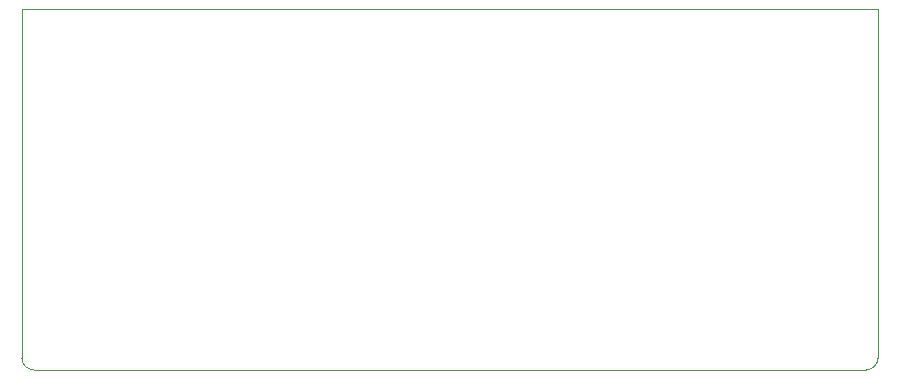
<source format=gm1>
G04 #@! TF.GenerationSoftware,KiCad,Pcbnew,(5.1.7)-1*
G04 #@! TF.CreationDate,2023-02-17T11:25:34-08:00*
G04 #@! TF.ProjectId,sms2mk3,736d7332-6d6b-4332-9e6b-696361645f70,rev?*
G04 #@! TF.SameCoordinates,Original*
G04 #@! TF.FileFunction,Profile,NP*
%FSLAX46Y46*%
G04 Gerber Fmt 4.6, Leading zero omitted, Abs format (unit mm)*
G04 Created by KiCad (PCBNEW (5.1.7)-1) date 2023-02-17 11:25:34*
%MOMM*%
%LPD*%
G01*
G04 APERTURE LIST*
G04 #@! TA.AperFunction,Profile*
%ADD10C,0.050000*%
G04 #@! TD*
G04 APERTURE END LIST*
D10*
X210500000Y-117000000D02*
G75*
G02*
X209500000Y-118000000I-1000000J0D01*
G01*
X139000000Y-118000000D02*
G75*
G02*
X138000000Y-117000000I0J1000000D01*
G01*
X210500000Y-117000000D02*
X210500000Y-87500000D01*
X138000000Y-87500000D02*
X140500000Y-87500000D01*
X140500000Y-87500000D02*
X210500000Y-87500000D01*
X140500000Y-118000000D02*
X209500000Y-118000000D01*
X139000000Y-118000000D02*
X140500000Y-118000000D01*
X138000000Y-117000000D02*
X138000000Y-87500000D01*
M02*

</source>
